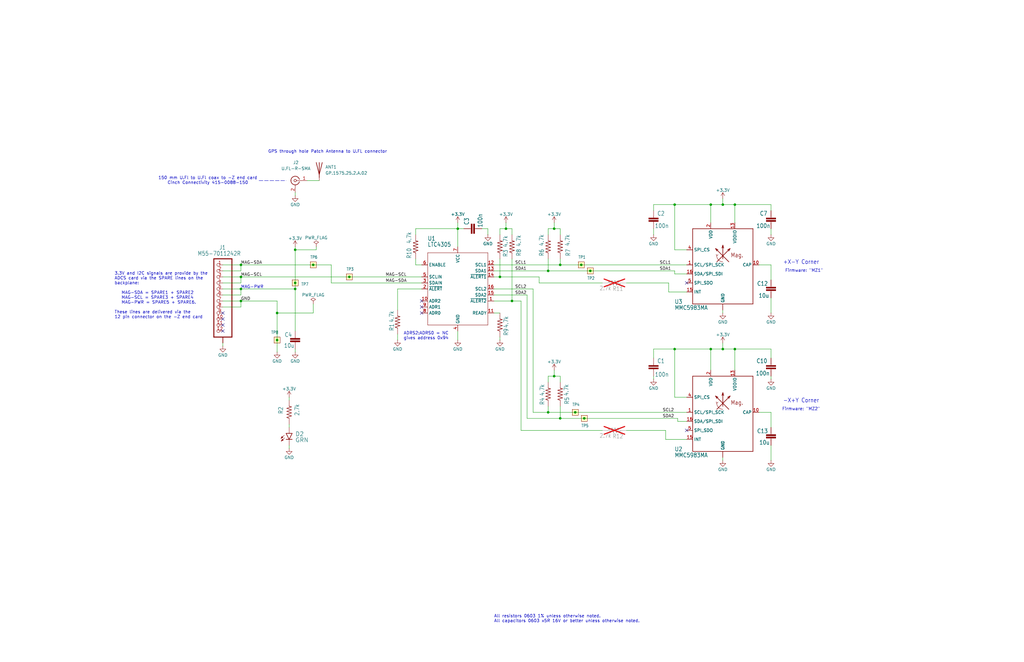
<source format=kicad_sch>
(kicad_sch (version 20231120) (generator "eeschema") (generator_version "8.0")
  (paper "B")
  (title_block (title "OreSat0.5 -Z End Cap") (date "2024-03-02") (rev "1.2"))
  (lib_symbols
    (symbol "Connector:Conn_Coaxial" (pin_names (offset 1.016) hide)
      (property "Reference" "J" (at 0.254 3.048 0))
      (property "Value" "Conn_Coaxial" (at 2.921 0 90))
      (symbol "Conn_Coaxial_0_1"
        (arc (start -1.778 -0.508) (mid 0.2311 -1.8066) (end 1.778 0) (stroke (width 0.254)))
        (polyline (pts (xy -2.54 0) (xy -0.508 0)))
        (polyline (pts (xy 0 -2.54) (xy 0 -1.778)))
        (circle (center 0 0) (radius 0.508) (stroke (width 0.2032)))
        (arc (start 1.778 0) (mid 0.2099 1.8101) (end -1.778 0.508) (stroke (width 0.254)))
      )
      (symbol "Conn_Coaxial_1_1"
        (pin passive line (at -5.08 0 0) (length 2.54) (name "In") (number "1"))
        (pin passive line (at 0 -5.08 90) (length 2.54) (name "Ext") (number "2"))
      )
    )
    (symbol "Device:Antenna" (pin_numbers hide) (pin_names (offset 1.016) hide)
      (property "Reference" "AE" (at -1.905 1.905 0))
      (property "Value" "Antenna" (at -1.905 0 0))
      (symbol "Antenna_0_1"
        (polyline (pts (xy 0 2.54) (xy 0 -3.81)) (stroke (width 0.254)))
        (polyline (pts (xy 1.27 2.54) (xy 0 -2.54) (xy -1.27 2.54)) (stroke (width 0.254)))
      )
      (symbol "Antenna_1_1"
        (pin input line (at 0 -5.08 90) (length 2.54) (name "A") (number "1"))
      )
    )
    (symbol "oresat-ics:LTC4305"
      (property "Value" "LTC4305" (at -12.7 17.78 0))
      (symbol "LTC4305_1_0"
        (polyline (pts (xy -12.7 -15.24) (xy 12.7 -15.24)) (stroke (width 0.1524)))
        (polyline (pts (xy -12.7 15.24) (xy -12.7 -15.24)) (stroke (width 0.1524)))
        (polyline (pts (xy 12.7 -15.24) (xy 12.7 15.24)) (stroke (width 0.1524)))
        (polyline (pts (xy 12.7 15.24) (xy -12.7 15.24)) (stroke (width 0.1524)))
        (pin input line (at 15.24 -5.08 180) (length 2.54) (name "~{ALERT2}") (number "1"))
        (pin input line (at -15.24 -5.08 0) (length 2.54) (name "ADR2") (number "10"))
        (pin output line (at 15.24 -10.16 180) (length 2.54) (name "READY") (number "11"))
        (pin bidirectional line (at 15.24 10.16 180) (length 2.54) (name "SCL1") (number "12"))
        (pin bidirectional line (at 15.24 7.62 180) (length 2.54) (name "SDA1") (number "13"))
        (pin input line (at 15.24 5.08 180) (length 2.54) (name "~{ALERT1}") (number "14"))
        (pin bidirectional line (at 15.24 -2.54 180) (length 2.54) (name "SDA2") (number "15"))
        (pin bidirectional line (at 15.24 0 180) (length 2.54) (name "SCL2") (number "16"))
        (pin output line (at -15.24 0 0) (length 2.54) (name "~{ALERT}") (number "2"))
        (pin bidirectional line (at -15.24 2.54 0) (length 2.54) (name "SDAIN") (number "3"))
        (pin power_in line (at 0 -17.78 90) (length 2.54) (name "GND") (number "4"))
        (pin bidirectional line (at -15.24 5.08 0) (length 2.54) (name "SCLIN") (number "5"))
        (pin input line (at -15.24 10.16 0) (length 2.54) (name "ENABLE") (number "6"))
        (pin power_in line (at 0 17.78 270) (length 2.54) (name "VCC") (number "7"))
        (pin input line (at -15.24 -10.16 0) (length 2.54) (name "ADR0") (number "8"))
        (pin input line (at -15.24 -7.62 0) (length 2.54) (name "ADR1") (number "9"))
      )
    )
    (symbol "oresat-ics:MMC5983MA"
      (property "Reference" "U" (at -6.604 -20.574 0))
      (property "Value" "MMC5983MA" (at -8.382 20.066 0))
      (symbol "MMC5983MA_1_0"
        (arc (start -2.54 3.81) (mid -1.7961 2.0139) (end 0 1.27) (stroke (width 0.1524)))
        (polyline (pts (xy -12.7 -16.51) (xy 12.7 -16.51)) (stroke (width 0.254)))
        (polyline (pts (xy -12.7 15.24) (xy -12.7 -16.51)) (stroke (width 0.254)))
        (polyline (pts (xy -3.048 6.858) (xy -2.54 5.842)) (stroke (width 0.254)))
        (polyline (pts (xy -3.048 6.858) (xy -2.032 6.35)) (stroke (width 0.254)))
        (polyline (pts (xy -3.048 6.858) (xy 2.54 1.27)) (stroke (width 0.254)))
        (polyline (pts (xy -2.54 1.27) (xy 3.048 6.858)) (stroke (width 0.254)))
        (polyline (pts (xy -2.54 3.81) (xy -2.794 4.445)) (stroke (width 0.1524)))
        (polyline (pts (xy -2.54 3.81) (xy -2.032 4.318)) (stroke (width 0.1524)))
        (polyline (pts (xy 0 2.54) (xy 0 8.255)) (stroke (width 0.254)))
        (polyline (pts (xy 0 8.255) (xy -0.381 7.112)) (stroke (width 0.254)))
        (polyline (pts (xy 0 8.255) (xy 0.381 7.112)) (stroke (width 0.254)))
        (polyline (pts (xy 3.048 6.858) (xy 2.032 6.35)) (stroke (width 0.254)))
        (polyline (pts (xy 3.048 6.858) (xy 2.54 5.842)) (stroke (width 0.254)))
        (polyline (pts (xy 12.7 -16.51) (xy 12.7 15.24)) (stroke (width 0.254)))
        (polyline (pts (xy 12.7 15.24) (xy -12.7 15.24)) (stroke (width 0.254)))
        (text "Mag." (at 3.302 3.048 0) (effects (font (size 1.778 1.5113)) (justify left bottom)))
        (pin input line (at -15.24 0 0) (length 2.54) (name "SCL/SPI_SCK") (number "1"))
        (pin power_out line (at 15.24 0 180) (length 2.54) (name "CAP") (number "10"))
        (pin power_in line (at 0 -19.05 90) (length 2.54) (name "GND") (number "11"))
        (pin power_in line (at 5.08 17.78 270) (length 2.54) (name "VDDIO") (number "13"))
        (pin output line (at -15.24 -11.43 0) (length 2.54) (name "INT") (number "15"))
        (pin bidirectional line (at -15.24 -3.81 0) (length 2.54) (name "SDA/SPI_SDI") (number "16"))
        (pin power_in line (at -5.08 17.78 270) (length 2.54) (name "VDD") (number "2"))
        (pin power_in line (at 0 -19.05 90) (length 2.54) (name "GND") (number "9"))
      )
      (symbol "MMC5983MA_1_1"
        (pin no_connect line (at 12.7 -12.7 180) (length 2.54) hide (name "NC") (number "12"))
        (pin no_connect line (at 12.7 -13.97 180) (length 2.54) hide (name "NC") (number "14"))
        (pin no_connect line (at 12.7 -7.62 180) (length 2.54) hide (name "NC") (number "3"))
        (pin input line (at -15.24 6.35 0) (length 2.54) (name "SPI_CS") (number "4"))
        (pin output line (at -15.24 -7.62 0) (length 2.54) (name "SPI_SDO") (number "5"))
        (pin no_connect line (at 12.7 -8.89 180) (length 2.54) hide (name "NC") (number "6"))
        (pin no_connect line (at 12.7 -10.16 180) (length 2.54) hide (name "NC") (number "7"))
        (pin no_connect line (at 12.7 -11.43 180) (length 2.54) hide (name "NC") (number "8"))
      )
    )
    (symbol "oresat-misc:Test-Point-0.75mm-th"
      (property "Reference" "TP" (at 0 2.54 0))
      (symbol "Test-Point-0.75mm-th_1_0"
        (pin passive line (at 0 0 0) (length 0) (name "1") (number "1"))
      )
      (symbol "Test-Point-0.75mm-th_1_1"
        (rectangle (start -1.27 1.27) (end 1.27 -1.27) (fill (type background)))
      )
    )
    (symbol "oresat0.5-minusz-end-cap-eagle-import:C-EU0603-B-NOSILK"
      (property "Reference" "C" (at 1.524 0.381 0))
      (property "Value" "C-EU0603-B-NOSILK" (at 1.524 -4.699 0))
      (symbol "C-EU0603-B-NOSILK_1_0"
        (rectangle (start -2.032 -2.032) (end 2.032 -1.524) (fill (type outline)))
        (rectangle (start -2.032 -1.016) (end 2.032 -0.508) (fill (type outline)))
        (polyline (pts (xy 0 -2.54) (xy 0 -2.032)) (stroke (width 0.1524)))
        (polyline (pts (xy 0 0) (xy 0 -0.508)) (stroke (width 0.1524)))
        (pin passive line (at 0 2.54 270) (length 2.54) (name "1") (number "1"))
        (pin passive line (at 0 -5.08 90) (length 2.54) (name "2") (number "2"))
      )
    )
    (symbol "oresat0.5-minusz-end-cap-eagle-import:J-HARWIN-M55-70X1242R"
      (property "Reference" "CF" (at -6.35 19.05 0))
      (property "Value" "J-HARWIN-M55-70X1242R" (at -6.35 16.51 0))
      (symbol "J-HARWIN-M55-70X1242R_1_0"
        (polyline (pts (xy -6.35 -17.78) (xy 1.27 -17.78)) (stroke (width 0.4064)))
        (polyline (pts (xy -6.35 15.24) (xy -6.35 -17.78)) (stroke (width 0.4064)))
        (polyline (pts (xy 1.27 -17.78) (xy 1.27 15.24)) (stroke (width 0.4064)))
        (polyline (pts (xy 1.27 15.24) (xy -6.35 15.24)) (stroke (width 0.4064)))
        (pin passive inverted (at -2.54 12.7 0) (length 2.54) (name "1") (number "1"))
        (pin passive inverted (at -2.54 -10.16 0) (length 2.54) (name "10") (number "10"))
        (pin passive inverted (at -2.54 -12.7 0) (length 2.54) (name "11") (number "11"))
        (pin passive inverted (at -2.54 -15.24 0) (length 2.54) (name "12") (number "12"))
        (pin passive inverted (at -2.54 10.16 0) (length 2.54) (name "2") (number "2"))
        (pin passive inverted (at -2.54 7.62 0) (length 2.54) (name "3") (number "3"))
        (pin passive inverted (at -2.54 5.08 0) (length 2.54) (name "4") (number "4"))
        (pin passive inverted (at -2.54 2.54 0) (length 2.54) (name "5") (number "5"))
        (pin passive inverted (at -2.54 0 0) (length 2.54) (name "6") (number "6"))
        (pin passive inverted (at -2.54 -2.54 0) (length 2.54) (name "7") (number "7"))
        (pin passive inverted (at -2.54 -5.08 0) (length 2.54) (name "8") (number "8"))
        (pin passive inverted (at -2.54 -7.62 0) (length 2.54) (name "9") (number "9"))
        (pin passive line (at -2.54 -20.32 90) (length 2.54) (name "SHIELDS") (number "P$1"))
        (pin passive line (at -2.54 -20.32 90) (length 2.54) (name "SHIELDS") (number "P$2"))
        (pin passive line (at -2.54 -20.32 90) (length 2.54) (name "SHIELDS") (number "P$3"))
        (pin passive line (at -2.54 -20.32 90) (length 2.54) (name "SHIELDS") (number "P$4"))
      )
    )
    (symbol "oresat0.5-minusz-end-cap-eagle-import:LED-GREEN0603"
      (property "Reference" "D" (at -3.429 -4.572 90))
      (property "Value" "LED-GREEN0603" (at 1.905 -4.572 90))
      (symbol "LED-GREEN0603_1_0"
        (polyline (pts (xy -2.032 -0.762) (xy -3.429 -2.159)) (stroke (width 0.1524)))
        (polyline (pts (xy -1.905 -1.905) (xy -3.302 -3.302)) (stroke (width 0.1524)))
        (polyline (pts (xy 0 -2.54) (xy -1.27 -2.54)) (stroke (width 0.254)))
        (polyline (pts (xy 0 -2.54) (xy -1.27 0)) (stroke (width 0.254)))
        (polyline (pts (xy 1.27 -2.54) (xy 0 -2.54)) (stroke (width 0.254)))
        (polyline (pts (xy 1.27 0) (xy -1.27 0)) (stroke (width 0.254)))
        (polyline (pts (xy 1.27 0) (xy 0 -2.54)) (stroke (width 0.254)))
        (polyline (pts (xy -3.429 -2.159) (xy -3.048 -1.27) (xy -2.54 -1.778)) (fill (type outline)))
        (polyline (pts (xy -3.302 -3.302) (xy -2.921 -2.413) (xy -2.413 -2.921)) (fill (type outline)))
        (pin passive line (at 0 2.54 270) (length 2.54) (name "A") (number "A"))
        (pin passive line (at 0 -5.08 90) (length 2.54) (name "C") (number "C"))
      )
    )
    (symbol "oresat0.5-minusz-end-cap-eagle-import:R-US_0603-B-NOSILK"
      (property "Reference" "R" (at -3.81 1.4986 0))
      (property "Value" "R-US_0603-B-NOSILK" (at -3.81 -3.302 0))
      (symbol "R-US_0603-B-NOSILK_1_0"
        (polyline (pts (xy -2.54 0) (xy -2.159 1.016)) (stroke (width 0.2032)))
        (polyline (pts (xy -2.159 1.016) (xy -1.524 -1.016)) (stroke (width 0.2032)))
        (polyline (pts (xy -1.524 -1.016) (xy -0.889 1.016)) (stroke (width 0.2032)))
        (polyline (pts (xy -0.889 1.016) (xy -0.254 -1.016)) (stroke (width 0.2032)))
        (polyline (pts (xy -0.254 -1.016) (xy 0.381 1.016)) (stroke (width 0.2032)))
        (polyline (pts (xy 0.381 1.016) (xy 1.016 -1.016)) (stroke (width 0.2032)))
        (polyline (pts (xy 1.016 -1.016) (xy 1.651 1.016)) (stroke (width 0.2032)))
        (polyline (pts (xy 1.651 1.016) (xy 2.286 -1.016)) (stroke (width 0.2032)))
        (polyline (pts (xy 2.286 -1.016) (xy 2.54 0)) (stroke (width 0.2032)))
        (pin passive line (at -5.08 0 0) (length 2.54) (name "1") (number "1"))
        (pin passive line (at 5.08 0 180) (length 2.54) (name "2") (number "2"))
      )
    )
    (symbol "power:+3.3V" (power) (pin_numbers hide) (pin_names (offset 0) hide)
      (property "Value" "+3.3V" (at 0 3.556 0))
      (symbol "+3.3V_0_1"
        (polyline (pts (xy -0.762 1.27) (xy 0 2.54)))
        (polyline (pts (xy 0 0) (xy 0 2.54)))
        (polyline (pts (xy 0 2.54) (xy 0.762 1.27)))
      )
      (symbol "+3.3V_1_1"
        (pin power_in line (at 0 0 90) (length 0) (name "~") (number "1"))
      )
    )
    (symbol "power:GND" (power) (pin_numbers hide) (pin_names (offset 0) hide)
      (property "Value" "GND" (at 0 -3.81 0))
      (symbol "GND_0_1"
        (polyline (pts (xy 0 0) (xy 0 -1.27) (xy 1.27 -1.27) (xy 0 -2.54) (xy -1.27 -1.27) (xy 0 -1.27)))
      )
      (symbol "GND_1_1"
        (pin power_in line (at 0 0 270) (length 0) (name "~") (number "1"))
      )
    )
    (symbol "power:PWR_FLAG" (power) (pin_numbers hide) (pin_names (offset 0) hide)
      (property "Value" "PWR_FLAG" (at 0 3.81 0))
      (symbol "PWR_FLAG_0_0"
        (pin power_out line (at 0 0 90) (length 0) (name "~") (number "1"))
      )
      (symbol "PWR_FLAG_0_1"
        (polyline (pts (xy 0 0) (xy 0 1.27) (xy -1.016 1.905) (xy 0 2.54) (xy 1.016 1.905) (xy 0 1.27)))
      )
    )
  )
  (junction (at 116.84 143.51))
  (junction (at 231.14 173.99))
  (junction (at 309.88 86.36))
  (junction (at 101.6 121.92))
  (junction (at 124.46 105.41))
  (junction (at 231.14 114.3))
  (junction (at 210.82 116.84))
  (junction (at 309.88 147.32))
  (junction (at 299.72 147.32))
  (junction (at 124.46 119.38))
  (junction (at 193.04 96.52))
  (junction (at 124.46 121.92))
  (junction (at 248.92 114.3))
  (junction (at 242.57 173.99))
  (junction (at 213.36 96.52))
  (junction (at 101.6 127))
  (junction (at 101.6 111.76))
  (junction (at 101.6 116.84))
  (junction (at 246.38 176.53))
  (junction (at 215.9 127))
  (junction (at 284.48 86.36))
  (junction (at 304.8 147.32))
  (junction (at 245.11 111.76))
  (junction (at 299.72 86.36))
  (junction (at 147.32 116.84))
  (junction (at 236.22 111.76))
  (junction (at 233.68 158.75))
  (junction (at 304.8 86.36))
  (junction (at 116.84 132.08))
  (junction (at 233.68 96.52))
  (junction (at 132.08 111.76))
  (junction (at 236.22 176.53))
  (junction (at 284.48 147.32))
  (no_connect (at 289.56 181.61))
  (no_connect (at 93.98 139.7))
  (no_connect (at 93.98 132.08))
  (no_connect (at 93.98 137.16))
  (no_connect (at 93.98 134.62))
  (no_connect (at 289.56 119.38))
  (no_connect (at 177.8 132.08))
  (no_connect (at 177.8 129.54))
  (no_connect (at 177.8 127))
  (wire (pts (xy 245.11 111.76) (xy 289.56 111.76)))
  (wire (pts (xy 284.48 167.64) (xy 284.48 147.32)))
  (wire (pts (xy 304.8 83.82) (xy 304.8 86.36)))
  (wire (pts (xy 325.12 111.76) (xy 320.04 111.76)))
  (wire (pts (xy 304.8 193.04) (xy 304.8 194.31)))
  (wire (pts (xy 275.59 86.36) (xy 284.48 86.36)))
  (wire (pts (xy 101.6 124.46) (xy 93.98 124.46)))
  (polyline (pts (xy 109.22 76.2) (xy 120.65 76.2)) (stroke (width 0) (type dash)))
  (wire (pts (xy 325.12 147.32) (xy 325.12 151.13)))
  (wire (pts (xy 275.59 88.9) (xy 275.59 86.36)))
  (wire (pts (xy 289.56 123.19) (xy 281.94 123.19)))
  (wire (pts (xy 101.6 119.38) (xy 93.98 119.38)))
  (wire (pts (xy 284.48 86.36) (xy 299.72 86.36)))
  (wire (pts (xy 275.59 151.13) (xy 275.59 147.32)))
  (wire (pts (xy 210.82 142.24) (xy 210.82 143.51)))
  (wire (pts (xy 275.59 158.75) (xy 275.59 160.02)))
  (wire (pts (xy 299.72 156.21) (xy 299.72 147.32)))
  (wire (pts (xy 309.88 93.98) (xy 309.88 86.36)))
  (wire (pts (xy 124.46 139.7) (xy 124.46 121.92)))
  (wire (pts (xy 236.22 109.22) (xy 236.22 111.76)))
  (wire (pts (xy 231.14 109.22) (xy 231.14 114.3)))
  (wire (pts (xy 210.82 96.52) (xy 213.36 96.52)))
  (wire (pts (xy 289.56 177.8) (xy 285.75 177.8)))
  (wire (pts (xy 205.74 96.52) (xy 205.74 99.06)))
  (wire (pts (xy 233.68 96.52) (xy 233.68 93.98)))
  (wire (pts (xy 93.98 127) (xy 101.6 127)))
  (wire (pts (xy 242.57 173.99) (xy 289.56 173.99)))
  (wire (pts (xy 325.12 180.34) (xy 325.12 173.99)))
  (wire (pts (xy 227.33 119.38) (xy 227.33 116.84)))
  (wire (pts (xy 325.12 86.36) (xy 325.12 88.9)))
  (wire (pts (xy 284.48 114.3) (xy 284.48 115.57)))
  (wire (pts (xy 325.12 99.06) (xy 325.12 96.52)))
  (wire (pts (xy 231.14 114.3) (xy 208.28 114.3)))
  (wire (pts (xy 289.56 167.64) (xy 284.48 167.64)))
  (wire (pts (xy 231.14 158.75) (xy 233.68 158.75)))
  (wire (pts (xy 101.6 111.76) (xy 132.08 111.76)))
  (wire (pts (xy 227.33 116.84) (xy 210.82 116.84)))
  (wire (pts (xy 325.12 187.96) (xy 325.12 194.31)))
  (wire (pts (xy 236.22 96.52) (xy 236.22 99.06)))
  (wire (pts (xy 309.88 156.21) (xy 309.88 147.32)))
  (wire (pts (xy 309.88 147.32) (xy 304.8 147.32)))
  (wire (pts (xy 284.48 147.32) (xy 299.72 147.32)))
  (wire (pts (xy 231.14 161.29) (xy 231.14 158.75)))
  (wire (pts (xy 284.48 115.57) (xy 289.56 115.57)))
  (wire (pts (xy 284.48 105.41) (xy 284.48 86.36)))
  (wire (pts (xy 121.92 179.07) (xy 121.92 180.34)))
  (wire (pts (xy 208.28 116.84) (xy 210.82 116.84)))
  (wire (pts (xy 210.82 99.06) (xy 210.82 96.52)))
  (wire (pts (xy 231.14 96.52) (xy 231.14 99.06)))
  (wire (pts (xy 116.84 132.08) (xy 132.08 132.08)))
  (wire (pts (xy 222.25 176.53) (xy 236.22 176.53)))
  (wire (pts (xy 236.22 158.75) (xy 236.22 161.29)))
  (wire (pts (xy 177.8 116.84) (xy 147.32 116.84)))
  (wire (pts (xy 133.35 105.41) (xy 124.46 105.41)))
  (wire (pts (xy 93.98 146.05) (xy 93.98 144.78)))
  (wire (pts (xy 101.6 116.84) (xy 147.32 116.84)))
  (wire (pts (xy 325.12 158.75) (xy 325.12 160.02)))
  (wire (pts (xy 236.22 176.53) (xy 246.38 176.53)))
  (wire (pts (xy 208.28 132.08) (xy 210.82 132.08)))
  (wire (pts (xy 124.46 105.41) (xy 124.46 119.38)))
  (wire (pts (xy 215.9 127) (xy 215.9 109.22)))
  (wire (pts (xy 309.88 147.32) (xy 325.12 147.32)))
  (wire (pts (xy 281.94 119.38) (xy 264.16 119.38)))
  (wire (pts (xy 133.35 105.41) (xy 133.35 104.14)))
  (wire (pts (xy 101.6 111.76) (xy 93.98 111.76)))
  (wire (pts (xy 233.68 96.52) (xy 231.14 96.52)))
  (wire (pts (xy 285.75 177.8) (xy 285.75 176.53)))
  (wire (pts (xy 299.72 147.32) (xy 304.8 147.32)))
  (wire (pts (xy 254 119.38) (xy 227.33 119.38)))
  (wire (pts (xy 219.71 181.61) (xy 219.71 127)))
  (wire (pts (xy 167.64 121.92) (xy 167.64 130.81)))
  (wire (pts (xy 139.7 111.76) (xy 139.7 119.38)))
  (wire (pts (xy 233.68 158.75) (xy 236.22 158.75)))
  (wire (pts (xy 299.72 93.98) (xy 299.72 86.36)))
  (wire (pts (xy 121.92 167.64) (xy 121.92 168.91)))
  (wire (pts (xy 325.12 173.99) (xy 320.04 173.99)))
  (wire (pts (xy 275.59 147.32) (xy 284.48 147.32)))
  (wire (pts (xy 213.36 96.52) (xy 213.36 93.98)))
  (wire (pts (xy 175.26 99.06) (xy 175.26 96.52)))
  (wire (pts (xy 208.28 111.76) (xy 236.22 111.76)))
  (wire (pts (xy 254 181.61) (xy 219.71 181.61)))
  (wire (pts (xy 139.7 111.76) (xy 132.08 111.76)))
  (wire (pts (xy 231.14 173.99) (xy 224.79 173.99)))
  (wire (pts (xy 101.6 114.3) (xy 93.98 114.3)))
  (wire (pts (xy 233.68 158.75) (xy 233.68 156.21)))
  (wire (pts (xy 101.6 116.84) (xy 101.6 119.38)))
  (wire (pts (xy 101.6 121.92) (xy 124.46 121.92)))
  (wire (pts (xy 175.26 111.76) (xy 175.26 109.22)))
  (wire (pts (xy 289.56 185.42) (xy 280.67 185.42)))
  (wire (pts (xy 124.46 81.28) (xy 124.46 82.55)))
  (wire (pts (xy 177.8 121.92) (xy 167.64 121.92)))
  (wire (pts (xy 231.14 173.99) (xy 242.57 173.99)))
  (wire (pts (xy 177.8 111.76) (xy 175.26 111.76)))
  (wire (pts (xy 280.67 181.61) (xy 264.16 181.61)))
  (wire (pts (xy 236.22 111.76) (xy 245.11 111.76)))
  (wire (pts (xy 304.8 86.36) (xy 309.88 86.36)))
  (wire (pts (xy 208.28 124.46) (xy 222.25 124.46)))
  (wire (pts (xy 219.71 127) (xy 215.9 127)))
  (wire (pts (xy 124.46 119.38) (xy 124.46 121.92)))
  (wire (pts (xy 101.6 127) (xy 101.6 129.54)))
  (wire (pts (xy 233.68 96.52) (xy 236.22 96.52)))
  (wire (pts (xy 195.58 96.52) (xy 193.04 96.52)))
  (wire (pts (xy 101.6 111.76) (xy 101.6 114.3)))
  (wire (pts (xy 309.88 86.36) (xy 325.12 86.36)))
  (wire (pts (xy 213.36 96.52) (xy 215.9 96.52)))
  (wire (pts (xy 289.56 105.41) (xy 284.48 105.41)))
  (wire (pts (xy 101.6 129.54) (xy 93.98 129.54)))
  (wire (pts (xy 101.6 116.84) (xy 93.98 116.84)))
  (wire (pts (xy 231.14 171.45) (xy 231.14 173.99)))
  (wire (pts (xy 304.8 147.32) (xy 304.8 144.78)))
  (wire (pts (xy 139.7 119.38) (xy 177.8 119.38)))
  (wire (pts (xy 116.84 127) (xy 116.84 132.08)))
  (wire (pts (xy 281.94 123.19) (xy 281.94 119.38)))
  (wire (pts (xy 193.04 93.98) (xy 193.04 96.52)))
  (wire (pts (xy 275.59 96.52) (xy 275.59 99.06)))
  (wire (pts (xy 175.26 96.52) (xy 193.04 96.52)))
  (wire (pts (xy 248.92 114.3) (xy 284.48 114.3)))
  (wire (pts (xy 129.54 76.2) (xy 134.62 76.2)))
  (wire (pts (xy 210.82 116.84) (xy 210.82 109.22)))
  (wire (pts (xy 208.28 127) (xy 215.9 127)))
  (wire (pts (xy 246.38 176.53) (xy 285.75 176.53)))
  (wire (pts (xy 101.6 127) (xy 116.84 127)))
  (wire (pts (xy 325.12 118.11) (xy 325.12 111.76)))
  (wire (pts (xy 299.72 86.36) (xy 304.8 86.36)))
  (wire (pts (xy 236.22 171.45) (xy 236.22 176.53)))
  (wire (pts (xy 101.6 121.92) (xy 101.6 124.46)))
  (wire (pts (xy 224.79 121.92) (xy 208.28 121.92)))
  (wire (pts (xy 203.2 96.52) (xy 205.74 96.52)))
  (wire (pts (xy 304.8 132.08) (xy 304.8 130.81)))
  (wire (pts (xy 167.64 140.97) (xy 167.64 143.51)))
  (wire (pts (xy 193.04 143.51) (xy 193.04 139.7)))
  (wire (pts (xy 222.25 124.46) (xy 222.25 176.53)))
  (wire (pts (xy 325.12 125.73) (xy 325.12 132.08)))
  (wire (pts (xy 116.84 132.08) (xy 116.84 143.51)))
  (wire (pts (xy 101.6 121.92) (xy 93.98 121.92)))
  (wire (pts (xy 121.92 187.96) (xy 121.92 189.23)))
  (wire (pts (xy 215.9 96.52) (xy 215.9 99.06)))
  (wire (pts (xy 124.46 147.32) (xy 124.46 148.59)))
  (wire (pts (xy 224.79 173.99) (xy 224.79 121.92)))
  (wire (pts (xy 193.04 96.52) (xy 193.04 104.14)))
  (wire (pts (xy 116.84 143.51) (xy 116.84 148.59)))
  (wire (pts (xy 280.67 185.42) (xy 280.67 181.61)))
  (wire (pts (xy 124.46 104.14) (xy 124.46 105.41)))
  (wire (pts (xy 248.92 114.3) (xy 231.14 114.3)))
  (wire (pts (xy 132.08 128.27) (xy 132.08 132.08)))
  (text "150 mm U.Fl to U.Fl coax to -Z end card\nCinch Connectivity 415-0088-150\n" (at 87.63 76.2 0) (effects (font (size 1.27 1.27))))
  (text "3.3V and I2C signals are provide by the \nADCS card via the SPARE lines on the \nbackplane:\n\n   MAG-SDA = SPARE1 + SPARE2\n   MAG-SCL = SPARE3 + SPARE4 \n   MAG-PWR = SPARE5 + SPARE6.\n\nThese lines are delivered via the \n12 pin connector on the -Z end card" (at 48.26 134.62 0) (effects (font (size 1.27 1.27)) (justify left bottom)))
  (text "+X-Y Corner" (at 330.2 111.76 0) (effects (font (size 1.778 1.5113)) (justify left bottom)))
  (text "-X+Y Corner" (at 330.2 170.18 0) (effects (font (size 1.778 1.5113)) (justify left bottom)))
  (text "All resistors 0603 1% unless otherwise noted.\nAll capacitors 0603 x5R 16V or better unless otherwise noted." (at 208.28 262.89 0) (effects (font (size 1.27 1.27)) (justify left bottom)))
  (text "Firmware: \"MZ1\"" (at 339.09 114.3 0) (effects (font (size 1.27 1.27))))
  (text "GPS through hole Patch Antenna to U.FL connector\n" (at 113.03 64.77 0) (effects (font (size 1.27 1.27)) (justify left bottom)))
  (text "ADRS2:ADRS0 = NC\ngives address 0x94" (at 170.18 143.51 0) (effects (font (size 1.27 1.27)) (justify left bottom)))
  (text "MAG-PWR" (at 101.6 121.92 0) (effects (font (size 1.27 1.27)) (justify left bottom)))
  (text "Firmware: \"MZ2\"" (at 337.82 172.72 0) (effects (font (size 1.27 1.27))))
  (label "MAG-SCL" (at 101.6 116.84 0) (effects (font (size 1.2446 1.2446))))
  (label "MAG-SDA" (at 101.6 111.76 0) (effects (font (size 1.2446 1.2446))))
  (label "GND" (at 101.6 127 0) (effects (font (size 1.2446 1.2446))))
  (label "SDA2" (at 217.17 124.46 0) (effects (font (size 1.2446 1.2446))))
  (label "SCL1" (at 278.13 111.76 0) (effects (font (size 1.2446 1.2446))))
  (label "MAG-SDA" (at 162.56 119.38 0) (effects (font (size 1.2446 1.2446))))
  (label "SDA1" (at 217.17 114.3 0) (effects (font (size 1.2446 1.2446))))
  (label "MAG-SCL" (at 162.56 116.84 0) (effects (font (size 1.2446 1.2446))))
  (label "SDA1" (at 278.13 114.3 0) (effects (font (size 1.2446 1.2446))))
  (label "SCL1" (at 217.17 111.76 0) (effects (font (size 1.2446 1.2446))))
  (label "SCL2" (at 279.4 173.99 0) (effects (font (size 1.2446 1.2446))))
  (label "SDA2" (at 279.4 176.53 0) (effects (font (size 1.2446 1.2446))))
  (label "SCL2" (at 217.17 121.92 0) (effects (font (size 1.2446 1.2446))))
  (symbol (lib_id "power:GND") (at 325.12 194.31 0) (mirror y) (unit 1)
    (property "Reference" "#PWR0114" (effects (hide yes)))
    (property "Value" "GND" (at 325.12 198.12 0))
    (property "Description" "Power symbol creates a global label with name \"GND\" , ground" (effects (hide yes)))
  )
  (symbol (lib_id "power:GND") (at 210.82 143.51 0) (mirror y) (unit 1)
    (property "Reference" "#PWR0107" (effects (hide yes)))
    (property "Value" "GND" (at 210.82 147.32 0))
    (property "Description" "Power symbol creates a global label with name \"GND\" , ground" (effects (hide yes)))
  )
  (symbol (lib_id "power:+3.3V") (at 233.68 93.98 0) (mirror y) (unit 1)
    (property "Reference" "#PWR0103" (effects (hide yes)))
    (property "Value" "+3.3V" (at 233.68 90.424 0))
    (property "Description" "Power symbol creates a global label with name \"+3.3V\"" (effects (hide yes)))
  )
  (symbol (lib_id "oresat0.5-minusz-end-cap-eagle-import:C-EU0603-B-NOSILK") (at 325.12 120.65 0) (mirror y) (unit 1)
    (property "Reference" "C12" (at 323.85 120.65 0) (effects (font (size 1.778 1.5113)) (justify left bottom)))
    (property "Value" "10u" (at 324.358 125.73 0) (effects (font (size 1.778 1.5113)) (justify left bottom)))
    (property "Footprint" "oresat0.5-minusz-end-cap:.0603-B-NOSILK" (effects (hide yes)))
  )
  (symbol (lib_id "oresat-misc:Test-Point-0.75mm-th") (at 246.38 176.53 0) (unit 1)
    (property "Reference" "TP5" (at 245.11 180.34 0) (effects (font (size 1.27 1.0795)) (justify left bottom)))
    (property "Value" "TEST-POINT-LARGE-SQUARE" (effects (hide yes)))
    (property "Footprint" "oresat-misc:TestPoint-0.75mm-th" (effects (hide yes)))
  )
  (symbol (lib_id "Device:Antenna") (at 134.62 71.12 0) (unit 1)
    (property "Reference" "ANT1" (at 137.16 70.4849 0) (effects (justify left)))
    (property "Value" "GP.1575.25.2.A.02" (at 137.16 73.0249 0) (effects (justify left)))
    (property "Footprint" "oresat-misc:Taoglas-GPS-Patch-Antenna" (effects (hide yes)))
    (property "Datasheet" "https://cdn.taoglas.com/datasheets/GP.1575.25.2.A.02.pdf" (effects (hide yes)))
  )
  (symbol (lib_id "oresat-misc:Test-Point-0.75mm-th") (at 132.08 111.76 0) (unit 1)
    (property "Reference" "TP6" (at 130.81 109.22 0) (effects (font (size 1.27 1.0795)) (justify left bottom)))
    (property "Value" "TEST-POINT-LARGE-SQUARE" (effects (hide yes)))
    (property "Footprint" "oresat-misc:TestPoint-0.75mm-th" (effects (hide yes)))
  )
  (symbol (lib_id "oresat-ics:MMC5983MA") (at 304.8 111.76 0) (unit 1)
    (property "Reference" "U3" (at 284.48 128.27 0) (effects (font (size 1.778 1.5113)) (justify left bottom)))
    (property "Value" "MMC5983MA" (at 284.48 130.81 0) (effects (font (size 1.778 1.5113)) (justify left bottom)))
    (property "Footprint" "oresat-ics:LGA-16(3X3)" (effects (hide yes)))
    (property "Datasheet" "https://mm.digikey.com/Volume0/opasdata/d220001/medias/docus/333/MMC5983MA_RevA_4-3-19.pdf" (effects (hide yes)))
  )
  (symbol (lib_id "power:GND") (at 93.98 146.05 0) (mirror y) (unit 1)
    (property "Reference" "#PWR0117" (effects (hide yes)))
    (property "Value" "GND" (at 93.98 149.86 0))
    (property "Description" "Power symbol creates a global label with name \"GND\" , ground" (effects (hide yes)))
  )
  (symbol (lib_id "power:GND") (at 275.59 160.02 0) (mirror y) (unit 1)
    (property "Reference" "#PWR0113" (effects (hide yes)))
    (property "Value" "GND" (at 275.59 163.83 0))
    (property "Description" "Power symbol creates a global label with name \"GND\" , ground" (effects (hide yes)))
  )
  (symbol (lib_id "oresat0.5-minusz-end-cap-eagle-import:J-HARWIN-M55-70X1242R") (at 91.44 124.46 0) (mirror y) (unit 1)
    (property "Reference" "J1" (at 95.25 105.41 0) (effects (font (size 1.778 1.5113)) (justify left bottom)))
    (property "Value" "M55-7011242R" (at 101.6 107.95 0) (effects (font (size 1.778 1.5113)) (justify left bottom)))
    (property "Footprint" "oresat0.5-minusz-end-cap:HARWIN-M55-70X1242R" (effects (hide yes)))
  )
  (symbol (lib_id "oresat0.5-minusz-end-cap-eagle-import:R-US_0603-B-NOSILK") (at 259.08 181.61 180) (unit 1) (dnp yes)
    (property "Reference" "R12" (at 262.89 183.1086 0) (effects (font (size 1.778 1.5113)) (justify left bottom)))
    (property "Value" "2.7k" (at 257.81 182.88 0) (effects (font (size 1.778 1.5113)) (justify left bottom)))
    (property "Footprint" "oresat0.5-minusz-end-cap:.0603-B-NOSILK" (effects (hide yes)))
  )
  (symbol (lib_id "power:+3.3V") (at 233.68 156.21 0) (mirror y) (unit 1)
    (property "Reference" "#PWR0122" (effects (hide yes)))
    (property "Value" "+3.3V" (at 233.68 152.654 0))
    (property "Description" "Power symbol creates a global label with name \"+3.3V\"" (effects (hide yes)))
  )
  (symbol (lib_id "oresat-ics:LTC4305") (at 193.04 121.92 0) (unit 1)
    (property "Reference" "U1" (at 180.34 101.6 0) (effects (font (size 1.778 1.5113)) (justify left bottom)))
    (property "Value" "LTC4305" (at 180.34 104.14 0) (effects (font (size 1.778 1.5113)) (justify left bottom)))
    (property "Footprint" "oresat-ics:16-SSOP" (effects (hide yes)))
    (property "Datasheet" "https://www.analog.com/media/en/technical-documentation/data-sheets/4305.pdf" (effects (hide yes)))
  )
  (symbol (lib_id "oresat-misc:Test-Point-0.75mm-th") (at 245.11 111.76 0) (unit 1)
    (property "Reference" "TP1" (at 243.84 109.22 0) (effects (font (size 1.27 1.0795)) (justify left bottom)))
    (property "Value" "TEST-POINT-LARGE-SQUARE" (effects (hide yes)))
    (property "Footprint" "oresat-misc:TestPoint-0.75mm-th" (effects (hide yes)))
  )
  (symbol (lib_id "oresat0.5-minusz-end-cap-eagle-import:R-US_0603-B-NOSILK") (at 236.22 104.14 90) (unit 1)
    (property "Reference" "R7" (at 240.538 108.204 0) (effects (font (size 1.778 1.5113)) (justify left bottom)))
    (property "Value" "4.7k" (at 240.284 103.886 0) (effects (font (size 1.778 1.5113)) (justify left bottom)))
    (property "Footprint" "oresat0.5-minusz-end-cap:.0603-B-NOSILK" (effects (hide yes)))
  )
  (symbol (lib_id "power:+3.3V") (at 304.8 83.82 0) (unit 1)
    (property "Reference" "#PWR0124" (effects (hide yes)))
    (property "Value" "+3.3V" (at 304.8 80.264 0))
    (property "Description" "Power symbol creates a global label with name \"+3.3V\"" (effects (hide yes)))
  )
  (symbol (lib_id "oresat-misc:Test-Point-0.75mm-th") (at 242.57 173.99 0) (unit 1)
    (property "Reference" "TP4" (at 241.3 171.45 0) (effects (font (size 1.27 1.0795)) (justify left bottom)))
    (property "Value" "TEST-POINT-LARGE-SQUARE" (effects (hide yes)))
    (property "Footprint" "oresat-misc:TestPoint-0.75mm-th" (effects (hide yes)))
  )
  (symbol (lib_id "power:GND") (at 116.84 148.59 0) (mirror y) (unit 1)
    (property "Reference" "#PWR0120" (effects (hide yes)))
    (property "Value" "GND" (at 116.84 152.4 0))
    (property "Description" "Power symbol creates a global label with name \"GND\" , ground" (effects (hide yes)))
  )
  (symbol (lib_id "oresat0.5-minusz-end-cap-eagle-import:R-US_0603-B-NOSILK") (at 236.22 166.37 90) (unit 1)
    (property "Reference" "R5" (at 240.03 170.688 0) (effects (font (size 1.778 1.5113)) (justify left bottom)))
    (property "Value" "4.7k" (at 239.776 167.132 0) (effects (font (size 1.778 1.5113)) (justify left bottom)))
    (property "Footprint" "oresat0.5-minusz-end-cap:.0603-B-NOSILK" (effects (hide yes)))
  )
  (symbol (lib_id "oresat0.5-minusz-end-cap-eagle-import:R-US_0603-B-NOSILK") (at 231.14 104.14 90) (unit 1)
    (property "Reference" "R6" (at 229.362 108.204 0) (effects (font (size 1.778 1.5113)) (justify left bottom)))
    (property "Value" "4.7k" (at 229.362 103.886 0) (effects (font (size 1.778 1.5113)) (justify left bottom)))
    (property "Footprint" "oresat0.5-minusz-end-cap:.0603-B-NOSILK" (effects (hide yes)))
  )
  (symbol (lib_id "oresat0.5-minusz-end-cap-eagle-import:R-US_0603-B-NOSILK") (at 175.26 104.14 90) (unit 1)
    (property "Reference" "R10" (at 173.482 109.22 0) (effects (font (size 1.778 1.5113)) (justify left bottom)))
    (property "Value" "4.7k" (at 173.482 102.87 0) (effects (font (size 1.778 1.5113)) (justify left bottom)))
    (property "Footprint" "oresat0.5-minusz-end-cap:.0603-B-NOSILK" (effects (hide yes)))
  )
  (symbol (lib_id "power:+3.3V") (at 193.04 93.98 0) (mirror y) (unit 1)
    (property "Reference" "#PWR0119" (effects (hide yes)))
    (property "Value" "+3.3V" (at 193.04 90.424 0))
    (property "Description" "Power symbol creates a global label with name \"+3.3V\"" (effects (hide yes)))
  )
  (symbol (lib_id "oresat0.5-minusz-end-cap-eagle-import:R-US_0603-B-NOSILK") (at 210.82 104.14 90) (unit 1)
    (property "Reference" "R3" (at 214.122 108.458 0) (effects (font (size 1.778 1.5113)) (justify left bottom)))
    (property "Value" "4.7k" (at 214.122 104.394 0) (effects (font (size 1.778 1.5113)) (justify left bottom)))
    (property "Footprint" "oresat0.5-minusz-end-cap:.0603-B-NOSILK" (effects (hide yes)))
  )
  (symbol (lib_id "power:GND") (at 325.12 132.08 0) (mirror y) (unit 1)
    (property "Reference" "#PWR0110" (effects (hide yes)))
    (property "Value" "GND" (at 325.12 135.89 0))
    (property "Description" "Power symbol creates a global label with name \"GND\" , ground" (effects (hide yes)))
  )
  (symbol (lib_id "power:GND") (at 121.92 189.23 0) (mirror y) (unit 1)
    (property "Reference" "#PWR0116" (effects (hide yes)))
    (property "Value" "GND" (at 121.92 193.04 0))
    (property "Description" "Power symbol creates a global label with name \"GND\" , ground" (effects (hide yes)))
  )
  (symbol (lib_id "oresat-misc:Test-Point-0.75mm-th") (at 147.32 116.84 0) (unit 1)
    (property "Reference" "TP3" (at 146.05 114.3 0) (effects (font (size 1.27 1.0795)) (justify left bottom)))
    (property "Value" "TEST-POINT-LARGE-SQUARE" (effects (hide yes)))
    (property "Footprint" "oresat-misc:TestPoint-0.75mm-th" (effects (hide yes)))
  )
  (symbol (lib_id "oresat0.5-minusz-end-cap-eagle-import:R-US_0603-B-NOSILK") (at 231.14 166.37 90) (unit 1)
    (property "Reference" "R4" (at 229.616 170.942 0) (effects (font (size 1.778 1.5113)) (justify left bottom)))
    (property "Value" "4.7k" (at 229.616 167.132 0) (effects (font (size 1.778 1.5113)) (justify left bottom)))
    (property "Footprint" "oresat0.5-minusz-end-cap:.0603-B-NOSILK" (effects (hide yes)))
  )
  (symbol (lib_id "power:GND") (at 304.8 194.31 0) (mirror y) (unit 1)
    (property "Reference" "#PWR0115" (effects (hide yes)))
    (property "Value" "GND" (at 304.8 198.12 0))
    (property "Description" "Power symbol creates a global label with name \"GND\" , ground" (effects (hide yes)))
  )
  (symbol (lib_id "oresat0.5-minusz-end-cap-eagle-import:C-EU0603-B-NOSILK") (at 275.59 153.67 0) (unit 1)
    (property "Reference" "C1" (at 277.114 153.289 0) (effects (font (size 1.778 1.5113)) (justify left bottom)))
    (property "Value" "100n" (at 276.098 159.004 0) (effects (font (size 1.778 1.5113)) (justify left bottom)))
    (property "Footprint" "oresat0.5-minusz-end-cap:.0603-B-NOSILK" (effects (hide yes)))
  )
  (symbol (lib_id "power:GND") (at 304.8 132.08 0) (mirror y) (unit 1)
    (property "Reference" "#PWR0111" (effects (hide yes)))
    (property "Value" "GND" (at 304.8 135.89 0))
    (property "Description" "Power symbol creates a global label with name \"GND\" , ground" (effects (hide yes)))
  )
  (symbol (lib_id "power:GND") (at 275.59 99.06 0) (mirror y) (unit 1)
    (property "Reference" "#PWR0108" (effects (hide yes)))
    (property "Value" "GND" (at 275.59 102.87 0))
    (property "Description" "Power symbol creates a global label with name \"GND\" , ground" (effects (hide yes)))
  )
  (symbol (lib_id "power:GND") (at 167.64 143.51 0) (mirror y) (unit 1)
    (property "Reference" "#PWR0105" (effects (hide yes)))
    (property "Value" "GND" (at 167.64 147.32 0))
    (property "Description" "Power symbol creates a global label with name \"GND\" , ground" (effects (hide yes)))
  )
  (symbol (lib_id "oresat-misc:Test-Point-0.75mm-th") (at 116.84 143.51 0) (unit 1)
    (property "Reference" "TP8" (at 114.3 140.97 0) (effects (font (size 1.27 1.0795)) (justify left bottom)))
    (property "Value" "TEST-POINT-LARGE-SQUARE" (effects (hide yes)))
    (property "Footprint" "oresat-misc:TestPoint-0.75mm-th" (effects (hide yes)))
  )
  (symbol (lib_id "oresat0.5-minusz-end-cap-eagle-import:R-US_0603-B-NOSILK") (at 259.08 119.38 180) (unit 1) (dnp yes)
    (property "Reference" "R11" (at 262.89 120.8786 0) (effects (font (size 1.778 1.5113)) (justify left bottom)))
    (property "Value" "2.7k" (at 257.81 120.65 0) (effects (font (size 1.778 1.5113)) (justify left bottom)))
    (property "Footprint" "oresat0.5-minusz-end-cap:.0603-B-NOSILK" (effects (hide yes)))
  )
  (symbol (lib_id "oresat0.5-minusz-end-cap-eagle-import:C-EU0603-B-NOSILK") (at 198.12 96.52 90) (unit 1)
    (property "Reference" "C3" (at 197.739 94.996 0) (effects (font (size 1.778 1.5113)) (justify left bottom)))
    (property "Value" "100n" (at 203.454 96.012 0) (effects (font (size 1.778 1.5113)) (justify left bottom)))
    (property "Footprint" "oresat0.5-minusz-end-cap:.0603-B-NOSILK" (effects (hide yes)))
  )
  (symbol (lib_id "power:PWR_FLAG") (at 132.08 128.27 0) (unit 1)
    (property "Reference" "#FLG0101" (effects (hide yes)))
    (property "Value" "PWR_FLAG" (at 132.08 124.46 0))
    (property "Description" "Special symbol for telling ERC where power comes from" (effects (hide yes)))
  )
  (symbol (lib_id "power:PWR_FLAG") (at 133.35 104.14 0) (unit 1)
    (property "Reference" "#FLG0102" (effects (hide yes)))
    (property "Value" "PWR_FLAG" (at 133.35 100.33 0))
    (property "Description" "Special symbol for telling ERC where power comes from" (effects (hide yes)))
  )
  (symbol (lib_id "oresat0.5-minusz-end-cap-eagle-import:R-US_0603-B-NOSILK") (at 167.64 135.89 90) (unit 1)
    (property "Reference" "R1" (at 166.1414 139.7 0) (effects (font (size 1.778 1.5113)) (justify left bottom)))
    (property "Value" "4.7k" (at 166.116 136.144 0) (effects (font (size 1.778 1.5113)) (justify left bottom)))
    (property "Footprint" "oresat0.5-minusz-end-cap:.0603-B-NOSILK" (effects (hide yes)))
  )
  (symbol (lib_id "oresat0.5-minusz-end-cap-eagle-import:R-US_0603-B-NOSILK") (at 215.9 104.14 90) (unit 1)
    (property "Reference" "R8" (at 219.71 108.204 0) (effects (font (size 1.778 1.5113)) (justify left bottom)))
    (property "Value" "4.7k" (at 219.71 104.14 0) (effects (font (size 1.778 1.5113)) (justify left bottom)))
    (property "Footprint" "oresat0.5-minusz-end-cap:.0603-B-NOSILK" (effects (hide yes)))
  )
  (symbol (lib_id "oresat0.5-minusz-end-cap-eagle-import:C-EU0603-B-NOSILK") (at 325.12 91.44 0) (mirror y) (unit 1)
    (property "Reference" "C7" (at 323.596 91.059 0) (effects (font (size 1.778 1.5113)) (justify left bottom)))
    (property "Value" "100n" (at 324.866 96.266 0) (effects (font (size 1.778 1.5113)) (justify left bottom)))
    (property "Footprint" "oresat0.5-minusz-end-cap:.0603-B-NOSILK" (effects (hide yes)))
  )
  (symbol (lib_id "power:+3.3V") (at 213.36 93.98 0) (mirror y) (unit 1)
    (property "Reference" "#PWR0123" (effects (hide yes)))
    (property "Value" "+3.3V" (at 213.36 90.424 0))
    (property "Description" "Power symbol creates a global label with name \"+3.3V\"" (effects (hide yes)))
  )
  (symbol (lib_id "oresat-misc:Test-Point-0.75mm-th") (at 248.92 114.3 0) (unit 1)
    (property "Reference" "TP2" (at 247.65 118.11 0) (effects (font (size 1.27 1.0795)) (justify left bottom)))
    (property "Value" "TEST-POINT-LARGE-SQUARE" (effects (hide yes)))
    (property "Footprint" "oresat-misc:TestPoint-0.75mm-th" (effects (hide yes)))
  )
  (symbol (lib_id "power:+3.3V") (at 121.92 167.64 0) (unit 1)
    (property "Reference" "#PWR0102" (effects (hide yes)))
    (property "Value" "+3.3V" (at 121.92 164.084 0))
    (property "Description" "Power symbol creates a global label with name \"+3.3V\"" (effects (hide yes)))
  )
  (symbol (lib_id "power:GND") (at 193.04 143.51 0) (mirror y) (unit 1)
    (property "Reference" "#PWR0104" (effects (hide yes)))
    (property "Value" "GND" (at 193.04 147.32 0))
    (property "Description" "Power symbol creates a global label with name \"GND\" , ground" (effects (hide yes)))
  )
  (symbol (lib_id "oresat0.5-minusz-end-cap-eagle-import:C-EU0603-B-NOSILK") (at 124.46 142.24 0) (mirror y) (unit 1)
    (property "Reference" "C4" (at 123.19 142.24 0) (effects (font (size 1.778 1.5113)) (justify left bottom)))
    (property "Value" "10u" (at 124.206 146.812 0) (effects (font (size 1.778 1.5113)) (justify left bottom)))
    (property "Footprint" "oresat0.5-minusz-end-cap:.0603-B-NOSILK" (effects (hide yes)))
  )
  (symbol (lib_id "oresat-misc:Test-Point-0.75mm-th") (at 124.46 119.38 0) (unit 1)
    (property "Reference" "TP7" (at 127 120.65 0) (effects (font (size 1.27 1.0795)) (justify left bottom)))
    (property "Value" "TEST-POINT-LARGE-SQUARE" (effects (hide yes)))
    (property "Footprint" "oresat-misc:TestPoint-0.75mm-th" (effects (hide yes)))
  )
  (symbol (lib_id "power:GND") (at 325.12 99.06 0) (mirror y) (unit 1)
    (property "Reference" "#PWR0109" (effects (hide yes)))
    (property "Value" "GND" (at 325.12 102.87 0))
    (property "Description" "Power symbol creates a global label with name \"GND\" , ground" (effects (hide yes)))
  )
  (symbol (lib_id "oresat0.5-minusz-end-cap-eagle-import:C-EU0603-B-NOSILK") (at 275.59 91.44 0) (unit 1)
    (property "Reference" "C2" (at 277.114 91.059 0) (effects (font (size 1.778 1.5113)) (justify left bottom)))
    (property "Value" "100n" (at 276.098 96.266 0) (effects (font (size 1.778 1.5113)) (justify left bottom)))
    (property "Footprint" "oresat0.5-minusz-end-cap:.0603-B-NOSILK" (effects (hide yes)))
  )
  (symbol (lib_id "power:GND") (at 205.74 99.06 0) (mirror y) (unit 1)
    (property "Reference" "#PWR0106" (effects (hide yes)))
    (property "Value" "GND" (at 205.74 102.87 0))
    (property "Description" "Power symbol creates a global label with name \"GND\" , ground" (effects (hide yes)))
  )
  (symbol (lib_id "power:+3.3V") (at 124.46 104.14 0) (unit 1)
    (property "Reference" "#PWR0101" (effects (hide yes)))
    (property "Value" "+3.3V" (at 124.46 100.584 0))
    (property "Description" "Power symbol creates a global label with name \"+3.3V\"" (effects (hide yes)))
  )
  (symbol (lib_id "oresat0.5-minusz-end-cap-eagle-import:R-US_0603-B-NOSILK") (at 121.92 173.99 90) (unit 1)
    (property "Reference" "R2" (at 119.38 174.752 0) (effects (font (size 1.778 1.5113)) (justify left bottom)))
    (property "Value" "2.7k" (at 126.238 175.514 0) (effects (font (size 1.778 1.5113)) (justify left bottom)))
    (property "Footprint" "oresat0.5-minusz-end-cap:.0603-B-NOSILK" (effects (hide yes)))
  )
  (symbol (lib_id "power:GND") (at 124.46 82.55 0) (mirror y) (unit 1)
    (property "Reference" "#PWR0118" (effects (hide yes)))
    (property "Value" "GND" (at 124.46 86.36 0))
    (property "Description" "Power symbol creates a global label with name \"GND\" , ground" (effects (hide yes)))
  )
  (symbol (lib_id "oresat0.5-minusz-end-cap-eagle-import:C-EU0603-B-NOSILK") (at 325.12 153.67 0) (mirror y) (unit 1)
    (property "Reference" "C10" (at 323.596 153.289 0) (effects (font (size 1.778 1.5113)) (justify left bottom)))
    (property "Value" "100n" (at 324.612 158.496 0) (effects (font (size 1.778 1.5113)) (justify left bottom)))
    (property "Footprint" "oresat0.5-minusz-end-cap:.0603-B-NOSILK" (effects (hide yes)))
  )
  (symbol (lib_id "oresat0.5-minusz-end-cap-eagle-import:C-EU0603-B-NOSILK") (at 325.12 182.88 0) (mirror y) (unit 1)
    (property "Reference" "C13" (at 323.85 182.88 0) (effects (font (size 1.778 1.5113)) (justify left bottom)))
    (property "Value" "10u" (at 324.612 187.706 0) (effects (font (size 1.778 1.5113)) (justify left bottom)))
    (property "Footprint" "oresat0.5-minusz-end-cap:.0603-B-NOSILK" (effects (hide yes)))
  )
  (symbol (lib_id "power:GND") (at 124.46 148.59 0) (mirror y) (unit 1)
    (property "Reference" "#PWR0121" (effects (hide yes)))
    (property "Value" "GND" (at 124.46 152.4 0))
    (property "Description" "Power symbol creates a global label with name \"GND\" , ground" (effects (hide yes)))
  )
  (symbol (lib_id "power:GND") (at 325.12 160.02 0) (mirror y) (unit 1)
    (property "Reference" "#PWR0112" (effects (hide yes)))
    (property "Value" "GND" (at 325.12 163.83 0))
    (property "Description" "Power symbol creates a global label with name \"GND\" , ground" (effects (hide yes)))
  )
  (symbol (lib_id "Connector:Conn_Coaxial") (at 124.46 76.2 0) (mirror y) (unit 1)
    (property "Reference" "J2" (at 124.7774 68.58 0))
    (property "Value" "U.FL-R-SMA" (at 124.7774 71.12 0))
    (property "Footprint" "Connector_Coaxial:U.FL_Hirose_U.FL-R-SMT-1_Vertical" (effects (hide yes)))
    (property "Datasheet" " ~" (effects (hide yes)))
    (property "Description" "coaxial connector (BNC, SMA, SMB, SMC, Cinch/RCA, LEMO, ...)" (effects (hide yes)))
  )
  (symbol (lib_id "oresat0.5-minusz-end-cap-eagle-import:LED-GREEN0603") (at 121.92 182.88 0) (unit 1)
    (property "Reference" "D2" (at 124.46 184.15 0) (effects (font (size 1.778 1.778)) (justify left bottom)))
    (property "Value" "GRN" (at 124.46 186.69 0) (effects (font (size 1.778 1.778)) (justify left bottom)))
    (property "Footprint" "oresat0.5-minusz-end-cap:LED-0603" (effects (hide yes)))
  )
  (symbol (lib_id "oresat-ics:MMC5983MA") (at 304.8 173.99 0) (unit 1)
    (property "Reference" "U2" (at 284.48 190.5 0) (effects (font (size 1.778 1.5113)) (justify left bottom)))
    (property "Value" "MMC5983MA" (at 284.48 193.04 0) (effects (font (size 1.778 1.5113)) (justify left bottom)))
    (property "Footprint" "oresat-ics:LGA-16(3X3)" (effects (hide yes)))
    (property "Datasheet" "https://mm.digikey.com/Volume0/opasdata/d220001/medias/docus/333/MMC5983MA_RevA_4-3-19.pdf" (effects (hide yes)))
  )
  (symbol (lib_id "oresat0.5-minusz-end-cap-eagle-import:R-US_0603-B-NOSILK") (at 210.82 137.16 90) (unit 1)
    (property "Reference" "R9" (at 214.376 141.732 0) (effects (font (size 1.778 1.5113)) (justify left bottom)))
    (property "Value" "4.7k" (at 214.376 138.43 0) (effects (font (size 1.778 1.5113)) (justify left bottom)))
    (property "Footprint" "oresat0.5-minusz-end-cap:.0603-B-NOSILK" (effects (hide yes)))
  )
  (symbol (lib_id "power:+3.3V") (at 304.8 144.78 0) (unit 1)
    (property "Reference" "#PWR0125" (effects (hide yes)))
    (property "Value" "+3.3V" (at 304.8 141.224 0))
    (property "Description" "Power symbol creates a global label with name \"+3.3V\"" (effects (hide yes)))
  )
)
</source>
